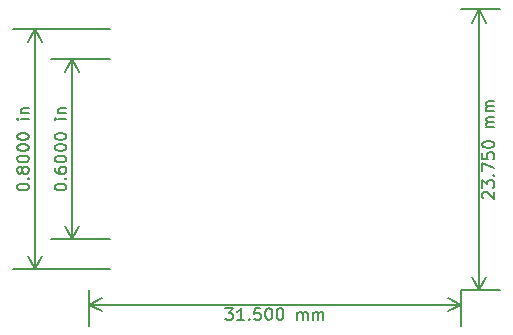
<source format=gbr>
G04 (created by PCBNEW (2013-01-27 BZR 3925)-testing) date Tue 29 Jan 2013 04:50:46 PM CET*
%MOIN*%
G04 Gerber Fmt 3.4, Leading zero omitted, Abs format*
%FSLAX34Y34*%
G01*
G70*
G90*
G04 APERTURE LIST*
%ADD10C,2.3622e-06*%
%ADD11C,0.00787402*%
G04 APERTURE END LIST*
G54D10*
G54D11*
X67960Y-46644D02*
X67941Y-46626D01*
X67923Y-46588D01*
X67923Y-46494D01*
X67941Y-46457D01*
X67960Y-46438D01*
X67998Y-46419D01*
X68035Y-46419D01*
X68091Y-46438D01*
X68316Y-46663D01*
X68316Y-46419D01*
X67923Y-46288D02*
X67923Y-46044D01*
X68073Y-46176D01*
X68073Y-46119D01*
X68091Y-46082D01*
X68110Y-46063D01*
X68148Y-46044D01*
X68241Y-46044D01*
X68279Y-46063D01*
X68298Y-46082D01*
X68316Y-46119D01*
X68316Y-46232D01*
X68298Y-46269D01*
X68279Y-46288D01*
X68279Y-45876D02*
X68298Y-45857D01*
X68316Y-45876D01*
X68298Y-45894D01*
X68279Y-45876D01*
X68316Y-45876D01*
X67923Y-45726D02*
X67923Y-45463D01*
X68316Y-45632D01*
X67923Y-45126D02*
X67923Y-45313D01*
X68110Y-45332D01*
X68091Y-45313D01*
X68073Y-45276D01*
X68073Y-45182D01*
X68091Y-45145D01*
X68110Y-45126D01*
X68148Y-45107D01*
X68241Y-45107D01*
X68279Y-45126D01*
X68298Y-45145D01*
X68316Y-45182D01*
X68316Y-45276D01*
X68298Y-45313D01*
X68279Y-45332D01*
X67923Y-44863D02*
X67923Y-44826D01*
X67941Y-44788D01*
X67960Y-44770D01*
X67998Y-44751D01*
X68073Y-44732D01*
X68166Y-44732D01*
X68241Y-44751D01*
X68279Y-44770D01*
X68298Y-44788D01*
X68316Y-44826D01*
X68316Y-44863D01*
X68298Y-44901D01*
X68279Y-44920D01*
X68241Y-44938D01*
X68166Y-44957D01*
X68073Y-44957D01*
X67998Y-44938D01*
X67960Y-44920D01*
X67941Y-44901D01*
X67923Y-44863D01*
X68316Y-44263D02*
X68054Y-44263D01*
X68091Y-44263D02*
X68073Y-44245D01*
X68054Y-44207D01*
X68054Y-44151D01*
X68073Y-44113D01*
X68110Y-44095D01*
X68316Y-44095D01*
X68110Y-44095D02*
X68073Y-44076D01*
X68054Y-44038D01*
X68054Y-43982D01*
X68073Y-43945D01*
X68110Y-43926D01*
X68316Y-43926D01*
X68316Y-43738D02*
X68054Y-43738D01*
X68091Y-43738D02*
X68073Y-43720D01*
X68054Y-43682D01*
X68054Y-43626D01*
X68073Y-43588D01*
X68110Y-43570D01*
X68316Y-43570D01*
X68110Y-43570D02*
X68073Y-43551D01*
X68054Y-43513D01*
X68054Y-43457D01*
X68073Y-43420D01*
X68110Y-43401D01*
X68316Y-43401D01*
X67803Y-49688D02*
X67803Y-40338D01*
X67212Y-49688D02*
X68511Y-49688D01*
X67212Y-40338D02*
X68511Y-40338D01*
X67803Y-40338D02*
X68034Y-40782D01*
X67803Y-40338D02*
X67572Y-40782D01*
X67803Y-49688D02*
X68034Y-49245D01*
X67803Y-49688D02*
X67572Y-49245D01*
X59362Y-50301D02*
X59605Y-50301D01*
X59474Y-50451D01*
X59530Y-50451D01*
X59568Y-50469D01*
X59586Y-50488D01*
X59605Y-50526D01*
X59605Y-50619D01*
X59586Y-50657D01*
X59568Y-50676D01*
X59530Y-50694D01*
X59418Y-50694D01*
X59380Y-50676D01*
X59362Y-50657D01*
X59980Y-50694D02*
X59755Y-50694D01*
X59868Y-50694D02*
X59868Y-50301D01*
X59830Y-50357D01*
X59793Y-50394D01*
X59755Y-50413D01*
X60149Y-50657D02*
X60168Y-50676D01*
X60149Y-50694D01*
X60130Y-50676D01*
X60149Y-50657D01*
X60149Y-50694D01*
X60524Y-50301D02*
X60336Y-50301D01*
X60318Y-50488D01*
X60336Y-50469D01*
X60374Y-50451D01*
X60468Y-50451D01*
X60505Y-50469D01*
X60524Y-50488D01*
X60543Y-50526D01*
X60543Y-50619D01*
X60524Y-50657D01*
X60505Y-50676D01*
X60468Y-50694D01*
X60374Y-50694D01*
X60336Y-50676D01*
X60318Y-50657D01*
X60786Y-50301D02*
X60824Y-50301D01*
X60861Y-50319D01*
X60880Y-50338D01*
X60899Y-50376D01*
X60918Y-50451D01*
X60918Y-50544D01*
X60899Y-50619D01*
X60880Y-50657D01*
X60861Y-50676D01*
X60824Y-50694D01*
X60786Y-50694D01*
X60749Y-50676D01*
X60730Y-50657D01*
X60711Y-50619D01*
X60693Y-50544D01*
X60693Y-50451D01*
X60711Y-50376D01*
X60730Y-50338D01*
X60749Y-50319D01*
X60786Y-50301D01*
X61161Y-50301D02*
X61199Y-50301D01*
X61236Y-50319D01*
X61255Y-50338D01*
X61274Y-50376D01*
X61293Y-50451D01*
X61293Y-50544D01*
X61274Y-50619D01*
X61255Y-50657D01*
X61236Y-50676D01*
X61199Y-50694D01*
X61161Y-50694D01*
X61124Y-50676D01*
X61105Y-50657D01*
X61086Y-50619D01*
X61068Y-50544D01*
X61068Y-50451D01*
X61086Y-50376D01*
X61105Y-50338D01*
X61124Y-50319D01*
X61161Y-50301D01*
X61761Y-50694D02*
X61761Y-50432D01*
X61761Y-50469D02*
X61780Y-50451D01*
X61817Y-50432D01*
X61874Y-50432D01*
X61911Y-50451D01*
X61930Y-50488D01*
X61930Y-50694D01*
X61930Y-50488D02*
X61949Y-50451D01*
X61986Y-50432D01*
X62042Y-50432D01*
X62080Y-50451D01*
X62099Y-50488D01*
X62099Y-50694D01*
X62286Y-50694D02*
X62286Y-50432D01*
X62286Y-50469D02*
X62305Y-50451D01*
X62342Y-50432D01*
X62399Y-50432D01*
X62436Y-50451D01*
X62455Y-50488D01*
X62455Y-50694D01*
X62455Y-50488D02*
X62474Y-50451D01*
X62511Y-50432D01*
X62567Y-50432D01*
X62605Y-50451D01*
X62624Y-50488D01*
X62624Y-50694D01*
X54811Y-50181D02*
X67212Y-50181D01*
X54811Y-49688D02*
X54811Y-50889D01*
X67212Y-49688D02*
X67212Y-50889D01*
X67212Y-50181D02*
X66769Y-50411D01*
X67212Y-50181D02*
X66769Y-49950D01*
X54811Y-50181D02*
X55254Y-50411D01*
X54811Y-50181D02*
X55254Y-49950D01*
X52413Y-46282D02*
X52413Y-46244D01*
X52432Y-46207D01*
X52450Y-46188D01*
X52488Y-46169D01*
X52563Y-46151D01*
X52657Y-46151D01*
X52732Y-46169D01*
X52769Y-46188D01*
X52788Y-46207D01*
X52806Y-46244D01*
X52806Y-46282D01*
X52788Y-46319D01*
X52769Y-46338D01*
X52732Y-46357D01*
X52657Y-46375D01*
X52563Y-46375D01*
X52488Y-46357D01*
X52450Y-46338D01*
X52432Y-46319D01*
X52413Y-46282D01*
X52769Y-45982D02*
X52788Y-45963D01*
X52806Y-45982D01*
X52788Y-46001D01*
X52769Y-45982D01*
X52806Y-45982D01*
X52582Y-45738D02*
X52563Y-45776D01*
X52544Y-45794D01*
X52507Y-45813D01*
X52488Y-45813D01*
X52450Y-45794D01*
X52432Y-45776D01*
X52413Y-45738D01*
X52413Y-45663D01*
X52432Y-45626D01*
X52450Y-45607D01*
X52488Y-45588D01*
X52507Y-45588D01*
X52544Y-45607D01*
X52563Y-45626D01*
X52582Y-45663D01*
X52582Y-45738D01*
X52600Y-45776D01*
X52619Y-45794D01*
X52657Y-45813D01*
X52732Y-45813D01*
X52769Y-45794D01*
X52788Y-45776D01*
X52806Y-45738D01*
X52806Y-45663D01*
X52788Y-45626D01*
X52769Y-45607D01*
X52732Y-45588D01*
X52657Y-45588D01*
X52619Y-45607D01*
X52600Y-45626D01*
X52582Y-45663D01*
X52413Y-45344D02*
X52413Y-45307D01*
X52432Y-45269D01*
X52450Y-45251D01*
X52488Y-45232D01*
X52563Y-45213D01*
X52657Y-45213D01*
X52732Y-45232D01*
X52769Y-45251D01*
X52788Y-45269D01*
X52806Y-45307D01*
X52806Y-45344D01*
X52788Y-45382D01*
X52769Y-45401D01*
X52732Y-45419D01*
X52657Y-45438D01*
X52563Y-45438D01*
X52488Y-45419D01*
X52450Y-45401D01*
X52432Y-45382D01*
X52413Y-45344D01*
X52413Y-44969D02*
X52413Y-44932D01*
X52432Y-44894D01*
X52450Y-44876D01*
X52488Y-44857D01*
X52563Y-44838D01*
X52657Y-44838D01*
X52732Y-44857D01*
X52769Y-44876D01*
X52788Y-44894D01*
X52806Y-44932D01*
X52806Y-44969D01*
X52788Y-45007D01*
X52769Y-45026D01*
X52732Y-45044D01*
X52657Y-45063D01*
X52563Y-45063D01*
X52488Y-45044D01*
X52450Y-45026D01*
X52432Y-45007D01*
X52413Y-44969D01*
X52413Y-44594D02*
X52413Y-44557D01*
X52432Y-44519D01*
X52450Y-44501D01*
X52488Y-44482D01*
X52563Y-44463D01*
X52657Y-44463D01*
X52732Y-44482D01*
X52769Y-44501D01*
X52788Y-44519D01*
X52806Y-44557D01*
X52806Y-44594D01*
X52788Y-44632D01*
X52769Y-44651D01*
X52732Y-44669D01*
X52657Y-44688D01*
X52563Y-44688D01*
X52488Y-44669D01*
X52450Y-44651D01*
X52432Y-44632D01*
X52413Y-44594D01*
X52806Y-43995D02*
X52544Y-43995D01*
X52413Y-43995D02*
X52432Y-44013D01*
X52450Y-43995D01*
X52432Y-43976D01*
X52413Y-43995D01*
X52450Y-43995D01*
X52544Y-43807D02*
X52806Y-43807D01*
X52582Y-43807D02*
X52563Y-43788D01*
X52544Y-43751D01*
X52544Y-43695D01*
X52563Y-43657D01*
X52600Y-43638D01*
X52806Y-43638D01*
X53001Y-48998D02*
X53001Y-40998D01*
X55501Y-48998D02*
X52293Y-48998D01*
X55501Y-40998D02*
X52293Y-40998D01*
X53001Y-40998D02*
X53232Y-41441D01*
X53001Y-40998D02*
X52771Y-41441D01*
X53001Y-48998D02*
X53232Y-48554D01*
X53001Y-48998D02*
X52771Y-48554D01*
X53663Y-46282D02*
X53663Y-46244D01*
X53682Y-46207D01*
X53700Y-46188D01*
X53738Y-46169D01*
X53813Y-46151D01*
X53907Y-46151D01*
X53982Y-46169D01*
X54019Y-46188D01*
X54038Y-46207D01*
X54056Y-46244D01*
X54056Y-46282D01*
X54038Y-46319D01*
X54019Y-46338D01*
X53982Y-46357D01*
X53907Y-46375D01*
X53813Y-46375D01*
X53738Y-46357D01*
X53700Y-46338D01*
X53682Y-46319D01*
X53663Y-46282D01*
X54019Y-45982D02*
X54038Y-45963D01*
X54056Y-45982D01*
X54038Y-46001D01*
X54019Y-45982D01*
X54056Y-45982D01*
X53663Y-45626D02*
X53663Y-45701D01*
X53682Y-45738D01*
X53700Y-45757D01*
X53757Y-45794D01*
X53832Y-45813D01*
X53982Y-45813D01*
X54019Y-45794D01*
X54038Y-45776D01*
X54056Y-45738D01*
X54056Y-45663D01*
X54038Y-45626D01*
X54019Y-45607D01*
X53982Y-45588D01*
X53888Y-45588D01*
X53850Y-45607D01*
X53832Y-45626D01*
X53813Y-45663D01*
X53813Y-45738D01*
X53832Y-45776D01*
X53850Y-45794D01*
X53888Y-45813D01*
X53663Y-45344D02*
X53663Y-45307D01*
X53682Y-45269D01*
X53700Y-45251D01*
X53738Y-45232D01*
X53813Y-45213D01*
X53907Y-45213D01*
X53982Y-45232D01*
X54019Y-45251D01*
X54038Y-45269D01*
X54056Y-45307D01*
X54056Y-45344D01*
X54038Y-45382D01*
X54019Y-45401D01*
X53982Y-45419D01*
X53907Y-45438D01*
X53813Y-45438D01*
X53738Y-45419D01*
X53700Y-45401D01*
X53682Y-45382D01*
X53663Y-45344D01*
X53663Y-44969D02*
X53663Y-44932D01*
X53682Y-44894D01*
X53700Y-44876D01*
X53738Y-44857D01*
X53813Y-44838D01*
X53907Y-44838D01*
X53982Y-44857D01*
X54019Y-44876D01*
X54038Y-44894D01*
X54056Y-44932D01*
X54056Y-44969D01*
X54038Y-45007D01*
X54019Y-45026D01*
X53982Y-45044D01*
X53907Y-45063D01*
X53813Y-45063D01*
X53738Y-45044D01*
X53700Y-45026D01*
X53682Y-45007D01*
X53663Y-44969D01*
X53663Y-44594D02*
X53663Y-44557D01*
X53682Y-44519D01*
X53700Y-44501D01*
X53738Y-44482D01*
X53813Y-44463D01*
X53907Y-44463D01*
X53982Y-44482D01*
X54019Y-44501D01*
X54038Y-44519D01*
X54056Y-44557D01*
X54056Y-44594D01*
X54038Y-44632D01*
X54019Y-44651D01*
X53982Y-44669D01*
X53907Y-44688D01*
X53813Y-44688D01*
X53738Y-44669D01*
X53700Y-44651D01*
X53682Y-44632D01*
X53663Y-44594D01*
X54056Y-43995D02*
X53794Y-43995D01*
X53663Y-43995D02*
X53682Y-44013D01*
X53700Y-43995D01*
X53682Y-43976D01*
X53663Y-43995D01*
X53700Y-43995D01*
X53794Y-43807D02*
X54056Y-43807D01*
X53832Y-43807D02*
X53813Y-43788D01*
X53794Y-43751D01*
X53794Y-43695D01*
X53813Y-43657D01*
X53850Y-43638D01*
X54056Y-43638D01*
X54251Y-47998D02*
X54251Y-41998D01*
X55501Y-47998D02*
X53543Y-47998D01*
X55501Y-41998D02*
X53543Y-41998D01*
X54251Y-41998D02*
X54482Y-42441D01*
X54251Y-41998D02*
X54021Y-42441D01*
X54251Y-47998D02*
X54482Y-47554D01*
X54251Y-47998D02*
X54021Y-47554D01*
M02*

</source>
